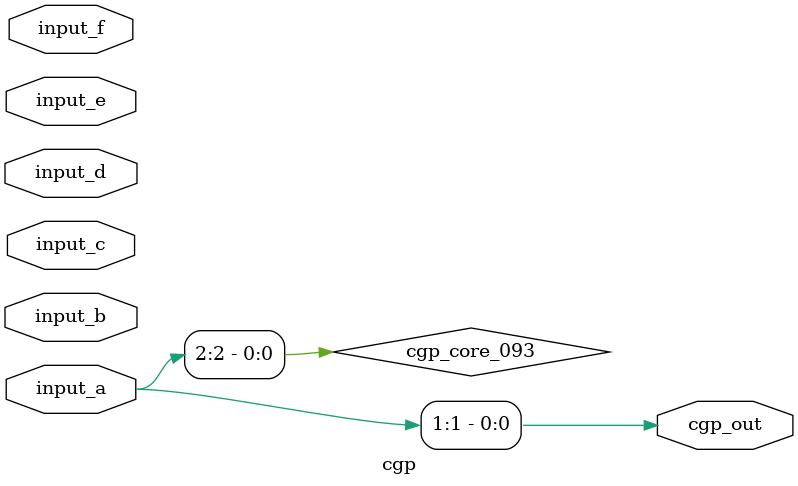
<source format=v>
module cgp(input [2:0] input_a, input [2:0] input_b, input [2:0] input_c, input [2:0] input_d, input [2:0] input_e, input [2:0] input_f, output [0:0] cgp_out);
  wire cgp_core_021;
  wire cgp_core_022;
  wire cgp_core_024;
  wire cgp_core_025;
  wire cgp_core_027;
  wire cgp_core_029;
  wire cgp_core_031_not;
  wire cgp_core_033;
  wire cgp_core_034;
  wire cgp_core_036;
  wire cgp_core_037_not;
  wire cgp_core_039;
  wire cgp_core_042;
  wire cgp_core_044_not;
  wire cgp_core_046;
  wire cgp_core_047;
  wire cgp_core_048;
  wire cgp_core_049;
  wire cgp_core_053;
  wire cgp_core_055;
  wire cgp_core_056;
  wire cgp_core_057;
  wire cgp_core_058;
  wire cgp_core_060;
  wire cgp_core_062;
  wire cgp_core_064;
  wire cgp_core_071;
  wire cgp_core_072;
  wire cgp_core_074;
  wire cgp_core_075;
  wire cgp_core_077;
  wire cgp_core_078;
  wire cgp_core_079;
  wire cgp_core_080;
  wire cgp_core_081;
  wire cgp_core_082;
  wire cgp_core_083;
  wire cgp_core_084;
  wire cgp_core_085;
  wire cgp_core_088;
  wire cgp_core_090;
  wire cgp_core_091;
  wire cgp_core_093;
  wire cgp_core_097;

  assign cgp_core_021 = input_c[0] | input_f[1];
  assign cgp_core_022 = input_e[0] | input_c[1];
  assign cgp_core_024 = ~(input_e[0] ^ input_e[0]);
  assign cgp_core_025 = ~input_a[2];
  assign cgp_core_027 = ~(input_f[2] | input_b[0]);
  assign cgp_core_029 = input_b[2] & input_d[0];
  assign cgp_core_031_not = ~input_e[2];
  assign cgp_core_033 = ~(input_f[2] | input_d[1]);
  assign cgp_core_034 = input_b[2] | input_e[2];
  assign cgp_core_036 = ~input_e[2];
  assign cgp_core_037_not = ~input_b[0];
  assign cgp_core_039 = input_b[2] | input_f[0];
  assign cgp_core_042 = ~(input_d[1] & input_b[2]);
  assign cgp_core_044_not = ~input_b[2];
  assign cgp_core_046 = ~input_a[0];
  assign cgp_core_047 = ~(input_b[1] | input_d[1]);
  assign cgp_core_048 = input_e[2] ^ input_a[1];
  assign cgp_core_049 = input_e[1] ^ input_f[2];
  assign cgp_core_053 = input_c[0] & input_b[1];
  assign cgp_core_055 = input_a[0] | input_b[0];
  assign cgp_core_056 = ~(input_f[1] & input_c[1]);
  assign cgp_core_057 = input_a[1] ^ input_f[0];
  assign cgp_core_058 = ~(input_e[1] & input_e[0]);
  assign cgp_core_060 = ~input_f[0];
  assign cgp_core_062 = ~input_e[2];
  assign cgp_core_064 = ~(input_a[2] | input_e[2]);
  assign cgp_core_071 = ~(input_a[1] ^ input_d[2]);
  assign cgp_core_072 = ~(input_e[2] ^ input_a[2]);
  assign cgp_core_074 = input_f[0] ^ input_c[2];
  assign cgp_core_075 = ~(input_a[0] ^ input_b[1]);
  assign cgp_core_077 = input_e[0] ^ input_d[1];
  assign cgp_core_078 = ~input_c[2];
  assign cgp_core_079 = ~input_f[1];
  assign cgp_core_080 = ~input_d[2];
  assign cgp_core_081 = ~(input_b[1] & input_b[0]);
  assign cgp_core_082 = input_a[1] & input_e[0];
  assign cgp_core_083 = ~(input_d[2] ^ input_c[1]);
  assign cgp_core_084 = ~input_c[1];
  assign cgp_core_085 = ~(input_a[2] | input_d[2]);
  assign cgp_core_088 = input_d[2] | input_e[0];
  assign cgp_core_090 = input_a[1] & input_b[1];
  assign cgp_core_091 = ~input_a[0];
  assign cgp_core_093 = input_a[2] & input_a[2];
  assign cgp_core_097 = ~(input_c[2] ^ input_d[0]);

  assign cgp_out[0] = input_a[1];
endmodule
</source>
